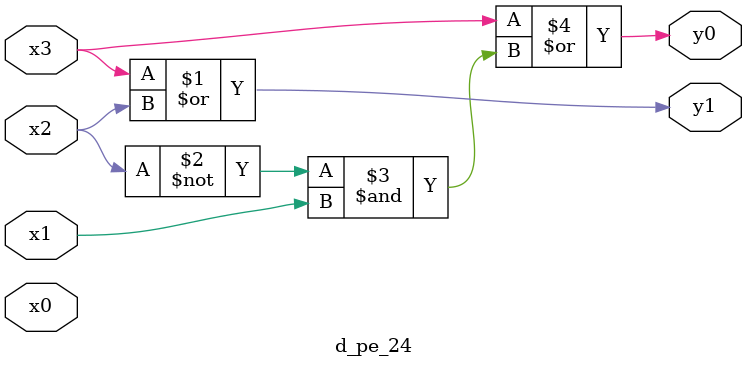
<source format=v>
module d_pe_24(y0,y1,x0,x1,x2,x3);
output y0,y1;
input x0,x1,x2,x3;

assign y1=x3|x2;
assign y0=(x3|((~x2)&x1));

endmodule

</source>
